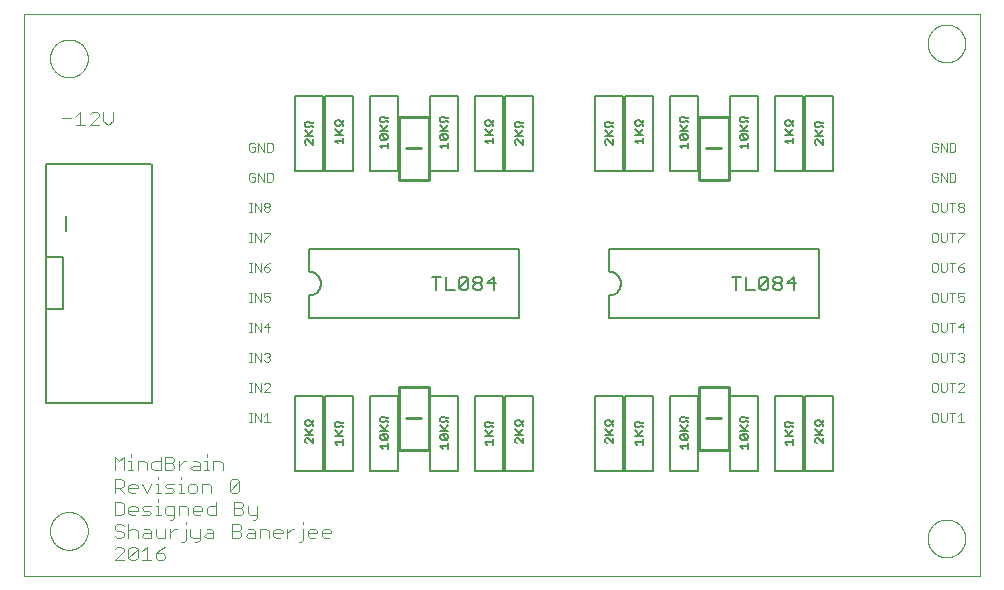
<source format=gto>
G75*
%MOIN*%
%OFA0B0*%
%FSLAX25Y25*%
%IPPOS*%
%LPD*%
%AMOC8*
5,1,8,0,0,1.08239X$1,22.5*
%
%ADD10C,0.00000*%
%ADD11C,0.00400*%
%ADD12C,0.00300*%
%ADD13C,0.00600*%
%ADD14C,0.00500*%
%ADD15C,0.00800*%
%ADD16C,0.01000*%
D10*
X0003050Y0001000D02*
X0003050Y0188461D01*
X0321751Y0188461D01*
X0321751Y0001000D01*
X0003050Y0001000D01*
X0011751Y0016000D02*
X0011753Y0016158D01*
X0011759Y0016316D01*
X0011769Y0016474D01*
X0011783Y0016632D01*
X0011801Y0016789D01*
X0011822Y0016946D01*
X0011848Y0017102D01*
X0011878Y0017258D01*
X0011911Y0017413D01*
X0011949Y0017566D01*
X0011990Y0017719D01*
X0012035Y0017871D01*
X0012084Y0018022D01*
X0012137Y0018171D01*
X0012193Y0018319D01*
X0012253Y0018465D01*
X0012317Y0018610D01*
X0012385Y0018753D01*
X0012456Y0018895D01*
X0012530Y0019035D01*
X0012608Y0019172D01*
X0012690Y0019308D01*
X0012774Y0019442D01*
X0012863Y0019573D01*
X0012954Y0019702D01*
X0013049Y0019829D01*
X0013146Y0019954D01*
X0013247Y0020076D01*
X0013351Y0020195D01*
X0013458Y0020312D01*
X0013568Y0020426D01*
X0013681Y0020537D01*
X0013796Y0020646D01*
X0013914Y0020751D01*
X0014035Y0020853D01*
X0014158Y0020953D01*
X0014284Y0021049D01*
X0014412Y0021142D01*
X0014542Y0021232D01*
X0014675Y0021318D01*
X0014810Y0021402D01*
X0014946Y0021481D01*
X0015085Y0021558D01*
X0015226Y0021630D01*
X0015368Y0021700D01*
X0015512Y0021765D01*
X0015658Y0021827D01*
X0015805Y0021885D01*
X0015954Y0021940D01*
X0016104Y0021991D01*
X0016255Y0022038D01*
X0016407Y0022081D01*
X0016560Y0022120D01*
X0016715Y0022156D01*
X0016870Y0022187D01*
X0017026Y0022215D01*
X0017182Y0022239D01*
X0017339Y0022259D01*
X0017497Y0022275D01*
X0017654Y0022287D01*
X0017813Y0022295D01*
X0017971Y0022299D01*
X0018129Y0022299D01*
X0018287Y0022295D01*
X0018446Y0022287D01*
X0018603Y0022275D01*
X0018761Y0022259D01*
X0018918Y0022239D01*
X0019074Y0022215D01*
X0019230Y0022187D01*
X0019385Y0022156D01*
X0019540Y0022120D01*
X0019693Y0022081D01*
X0019845Y0022038D01*
X0019996Y0021991D01*
X0020146Y0021940D01*
X0020295Y0021885D01*
X0020442Y0021827D01*
X0020588Y0021765D01*
X0020732Y0021700D01*
X0020874Y0021630D01*
X0021015Y0021558D01*
X0021154Y0021481D01*
X0021290Y0021402D01*
X0021425Y0021318D01*
X0021558Y0021232D01*
X0021688Y0021142D01*
X0021816Y0021049D01*
X0021942Y0020953D01*
X0022065Y0020853D01*
X0022186Y0020751D01*
X0022304Y0020646D01*
X0022419Y0020537D01*
X0022532Y0020426D01*
X0022642Y0020312D01*
X0022749Y0020195D01*
X0022853Y0020076D01*
X0022954Y0019954D01*
X0023051Y0019829D01*
X0023146Y0019702D01*
X0023237Y0019573D01*
X0023326Y0019442D01*
X0023410Y0019308D01*
X0023492Y0019172D01*
X0023570Y0019035D01*
X0023644Y0018895D01*
X0023715Y0018753D01*
X0023783Y0018610D01*
X0023847Y0018465D01*
X0023907Y0018319D01*
X0023963Y0018171D01*
X0024016Y0018022D01*
X0024065Y0017871D01*
X0024110Y0017719D01*
X0024151Y0017566D01*
X0024189Y0017413D01*
X0024222Y0017258D01*
X0024252Y0017102D01*
X0024278Y0016946D01*
X0024299Y0016789D01*
X0024317Y0016632D01*
X0024331Y0016474D01*
X0024341Y0016316D01*
X0024347Y0016158D01*
X0024349Y0016000D01*
X0024347Y0015842D01*
X0024341Y0015684D01*
X0024331Y0015526D01*
X0024317Y0015368D01*
X0024299Y0015211D01*
X0024278Y0015054D01*
X0024252Y0014898D01*
X0024222Y0014742D01*
X0024189Y0014587D01*
X0024151Y0014434D01*
X0024110Y0014281D01*
X0024065Y0014129D01*
X0024016Y0013978D01*
X0023963Y0013829D01*
X0023907Y0013681D01*
X0023847Y0013535D01*
X0023783Y0013390D01*
X0023715Y0013247D01*
X0023644Y0013105D01*
X0023570Y0012965D01*
X0023492Y0012828D01*
X0023410Y0012692D01*
X0023326Y0012558D01*
X0023237Y0012427D01*
X0023146Y0012298D01*
X0023051Y0012171D01*
X0022954Y0012046D01*
X0022853Y0011924D01*
X0022749Y0011805D01*
X0022642Y0011688D01*
X0022532Y0011574D01*
X0022419Y0011463D01*
X0022304Y0011354D01*
X0022186Y0011249D01*
X0022065Y0011147D01*
X0021942Y0011047D01*
X0021816Y0010951D01*
X0021688Y0010858D01*
X0021558Y0010768D01*
X0021425Y0010682D01*
X0021290Y0010598D01*
X0021154Y0010519D01*
X0021015Y0010442D01*
X0020874Y0010370D01*
X0020732Y0010300D01*
X0020588Y0010235D01*
X0020442Y0010173D01*
X0020295Y0010115D01*
X0020146Y0010060D01*
X0019996Y0010009D01*
X0019845Y0009962D01*
X0019693Y0009919D01*
X0019540Y0009880D01*
X0019385Y0009844D01*
X0019230Y0009813D01*
X0019074Y0009785D01*
X0018918Y0009761D01*
X0018761Y0009741D01*
X0018603Y0009725D01*
X0018446Y0009713D01*
X0018287Y0009705D01*
X0018129Y0009701D01*
X0017971Y0009701D01*
X0017813Y0009705D01*
X0017654Y0009713D01*
X0017497Y0009725D01*
X0017339Y0009741D01*
X0017182Y0009761D01*
X0017026Y0009785D01*
X0016870Y0009813D01*
X0016715Y0009844D01*
X0016560Y0009880D01*
X0016407Y0009919D01*
X0016255Y0009962D01*
X0016104Y0010009D01*
X0015954Y0010060D01*
X0015805Y0010115D01*
X0015658Y0010173D01*
X0015512Y0010235D01*
X0015368Y0010300D01*
X0015226Y0010370D01*
X0015085Y0010442D01*
X0014946Y0010519D01*
X0014810Y0010598D01*
X0014675Y0010682D01*
X0014542Y0010768D01*
X0014412Y0010858D01*
X0014284Y0010951D01*
X0014158Y0011047D01*
X0014035Y0011147D01*
X0013914Y0011249D01*
X0013796Y0011354D01*
X0013681Y0011463D01*
X0013568Y0011574D01*
X0013458Y0011688D01*
X0013351Y0011805D01*
X0013247Y0011924D01*
X0013146Y0012046D01*
X0013049Y0012171D01*
X0012954Y0012298D01*
X0012863Y0012427D01*
X0012774Y0012558D01*
X0012690Y0012692D01*
X0012608Y0012828D01*
X0012530Y0012965D01*
X0012456Y0013105D01*
X0012385Y0013247D01*
X0012317Y0013390D01*
X0012253Y0013535D01*
X0012193Y0013681D01*
X0012137Y0013829D01*
X0012084Y0013978D01*
X0012035Y0014129D01*
X0011990Y0014281D01*
X0011949Y0014434D01*
X0011911Y0014587D01*
X0011878Y0014742D01*
X0011848Y0014898D01*
X0011822Y0015054D01*
X0011801Y0015211D01*
X0011783Y0015368D01*
X0011769Y0015526D01*
X0011759Y0015684D01*
X0011753Y0015842D01*
X0011751Y0016000D01*
X0011751Y0173500D02*
X0011753Y0173658D01*
X0011759Y0173816D01*
X0011769Y0173974D01*
X0011783Y0174132D01*
X0011801Y0174289D01*
X0011822Y0174446D01*
X0011848Y0174602D01*
X0011878Y0174758D01*
X0011911Y0174913D01*
X0011949Y0175066D01*
X0011990Y0175219D01*
X0012035Y0175371D01*
X0012084Y0175522D01*
X0012137Y0175671D01*
X0012193Y0175819D01*
X0012253Y0175965D01*
X0012317Y0176110D01*
X0012385Y0176253D01*
X0012456Y0176395D01*
X0012530Y0176535D01*
X0012608Y0176672D01*
X0012690Y0176808D01*
X0012774Y0176942D01*
X0012863Y0177073D01*
X0012954Y0177202D01*
X0013049Y0177329D01*
X0013146Y0177454D01*
X0013247Y0177576D01*
X0013351Y0177695D01*
X0013458Y0177812D01*
X0013568Y0177926D01*
X0013681Y0178037D01*
X0013796Y0178146D01*
X0013914Y0178251D01*
X0014035Y0178353D01*
X0014158Y0178453D01*
X0014284Y0178549D01*
X0014412Y0178642D01*
X0014542Y0178732D01*
X0014675Y0178818D01*
X0014810Y0178902D01*
X0014946Y0178981D01*
X0015085Y0179058D01*
X0015226Y0179130D01*
X0015368Y0179200D01*
X0015512Y0179265D01*
X0015658Y0179327D01*
X0015805Y0179385D01*
X0015954Y0179440D01*
X0016104Y0179491D01*
X0016255Y0179538D01*
X0016407Y0179581D01*
X0016560Y0179620D01*
X0016715Y0179656D01*
X0016870Y0179687D01*
X0017026Y0179715D01*
X0017182Y0179739D01*
X0017339Y0179759D01*
X0017497Y0179775D01*
X0017654Y0179787D01*
X0017813Y0179795D01*
X0017971Y0179799D01*
X0018129Y0179799D01*
X0018287Y0179795D01*
X0018446Y0179787D01*
X0018603Y0179775D01*
X0018761Y0179759D01*
X0018918Y0179739D01*
X0019074Y0179715D01*
X0019230Y0179687D01*
X0019385Y0179656D01*
X0019540Y0179620D01*
X0019693Y0179581D01*
X0019845Y0179538D01*
X0019996Y0179491D01*
X0020146Y0179440D01*
X0020295Y0179385D01*
X0020442Y0179327D01*
X0020588Y0179265D01*
X0020732Y0179200D01*
X0020874Y0179130D01*
X0021015Y0179058D01*
X0021154Y0178981D01*
X0021290Y0178902D01*
X0021425Y0178818D01*
X0021558Y0178732D01*
X0021688Y0178642D01*
X0021816Y0178549D01*
X0021942Y0178453D01*
X0022065Y0178353D01*
X0022186Y0178251D01*
X0022304Y0178146D01*
X0022419Y0178037D01*
X0022532Y0177926D01*
X0022642Y0177812D01*
X0022749Y0177695D01*
X0022853Y0177576D01*
X0022954Y0177454D01*
X0023051Y0177329D01*
X0023146Y0177202D01*
X0023237Y0177073D01*
X0023326Y0176942D01*
X0023410Y0176808D01*
X0023492Y0176672D01*
X0023570Y0176535D01*
X0023644Y0176395D01*
X0023715Y0176253D01*
X0023783Y0176110D01*
X0023847Y0175965D01*
X0023907Y0175819D01*
X0023963Y0175671D01*
X0024016Y0175522D01*
X0024065Y0175371D01*
X0024110Y0175219D01*
X0024151Y0175066D01*
X0024189Y0174913D01*
X0024222Y0174758D01*
X0024252Y0174602D01*
X0024278Y0174446D01*
X0024299Y0174289D01*
X0024317Y0174132D01*
X0024331Y0173974D01*
X0024341Y0173816D01*
X0024347Y0173658D01*
X0024349Y0173500D01*
X0024347Y0173342D01*
X0024341Y0173184D01*
X0024331Y0173026D01*
X0024317Y0172868D01*
X0024299Y0172711D01*
X0024278Y0172554D01*
X0024252Y0172398D01*
X0024222Y0172242D01*
X0024189Y0172087D01*
X0024151Y0171934D01*
X0024110Y0171781D01*
X0024065Y0171629D01*
X0024016Y0171478D01*
X0023963Y0171329D01*
X0023907Y0171181D01*
X0023847Y0171035D01*
X0023783Y0170890D01*
X0023715Y0170747D01*
X0023644Y0170605D01*
X0023570Y0170465D01*
X0023492Y0170328D01*
X0023410Y0170192D01*
X0023326Y0170058D01*
X0023237Y0169927D01*
X0023146Y0169798D01*
X0023051Y0169671D01*
X0022954Y0169546D01*
X0022853Y0169424D01*
X0022749Y0169305D01*
X0022642Y0169188D01*
X0022532Y0169074D01*
X0022419Y0168963D01*
X0022304Y0168854D01*
X0022186Y0168749D01*
X0022065Y0168647D01*
X0021942Y0168547D01*
X0021816Y0168451D01*
X0021688Y0168358D01*
X0021558Y0168268D01*
X0021425Y0168182D01*
X0021290Y0168098D01*
X0021154Y0168019D01*
X0021015Y0167942D01*
X0020874Y0167870D01*
X0020732Y0167800D01*
X0020588Y0167735D01*
X0020442Y0167673D01*
X0020295Y0167615D01*
X0020146Y0167560D01*
X0019996Y0167509D01*
X0019845Y0167462D01*
X0019693Y0167419D01*
X0019540Y0167380D01*
X0019385Y0167344D01*
X0019230Y0167313D01*
X0019074Y0167285D01*
X0018918Y0167261D01*
X0018761Y0167241D01*
X0018603Y0167225D01*
X0018446Y0167213D01*
X0018287Y0167205D01*
X0018129Y0167201D01*
X0017971Y0167201D01*
X0017813Y0167205D01*
X0017654Y0167213D01*
X0017497Y0167225D01*
X0017339Y0167241D01*
X0017182Y0167261D01*
X0017026Y0167285D01*
X0016870Y0167313D01*
X0016715Y0167344D01*
X0016560Y0167380D01*
X0016407Y0167419D01*
X0016255Y0167462D01*
X0016104Y0167509D01*
X0015954Y0167560D01*
X0015805Y0167615D01*
X0015658Y0167673D01*
X0015512Y0167735D01*
X0015368Y0167800D01*
X0015226Y0167870D01*
X0015085Y0167942D01*
X0014946Y0168019D01*
X0014810Y0168098D01*
X0014675Y0168182D01*
X0014542Y0168268D01*
X0014412Y0168358D01*
X0014284Y0168451D01*
X0014158Y0168547D01*
X0014035Y0168647D01*
X0013914Y0168749D01*
X0013796Y0168854D01*
X0013681Y0168963D01*
X0013568Y0169074D01*
X0013458Y0169188D01*
X0013351Y0169305D01*
X0013247Y0169424D01*
X0013146Y0169546D01*
X0013049Y0169671D01*
X0012954Y0169798D01*
X0012863Y0169927D01*
X0012774Y0170058D01*
X0012690Y0170192D01*
X0012608Y0170328D01*
X0012530Y0170465D01*
X0012456Y0170605D01*
X0012385Y0170747D01*
X0012317Y0170890D01*
X0012253Y0171035D01*
X0012193Y0171181D01*
X0012137Y0171329D01*
X0012084Y0171478D01*
X0012035Y0171629D01*
X0011990Y0171781D01*
X0011949Y0171934D01*
X0011911Y0172087D01*
X0011878Y0172242D01*
X0011848Y0172398D01*
X0011822Y0172554D01*
X0011801Y0172711D01*
X0011783Y0172868D01*
X0011769Y0173026D01*
X0011759Y0173184D01*
X0011753Y0173342D01*
X0011751Y0173500D01*
X0304251Y0178500D02*
X0304253Y0178658D01*
X0304259Y0178816D01*
X0304269Y0178974D01*
X0304283Y0179132D01*
X0304301Y0179289D01*
X0304322Y0179446D01*
X0304348Y0179602D01*
X0304378Y0179758D01*
X0304411Y0179913D01*
X0304449Y0180066D01*
X0304490Y0180219D01*
X0304535Y0180371D01*
X0304584Y0180522D01*
X0304637Y0180671D01*
X0304693Y0180819D01*
X0304753Y0180965D01*
X0304817Y0181110D01*
X0304885Y0181253D01*
X0304956Y0181395D01*
X0305030Y0181535D01*
X0305108Y0181672D01*
X0305190Y0181808D01*
X0305274Y0181942D01*
X0305363Y0182073D01*
X0305454Y0182202D01*
X0305549Y0182329D01*
X0305646Y0182454D01*
X0305747Y0182576D01*
X0305851Y0182695D01*
X0305958Y0182812D01*
X0306068Y0182926D01*
X0306181Y0183037D01*
X0306296Y0183146D01*
X0306414Y0183251D01*
X0306535Y0183353D01*
X0306658Y0183453D01*
X0306784Y0183549D01*
X0306912Y0183642D01*
X0307042Y0183732D01*
X0307175Y0183818D01*
X0307310Y0183902D01*
X0307446Y0183981D01*
X0307585Y0184058D01*
X0307726Y0184130D01*
X0307868Y0184200D01*
X0308012Y0184265D01*
X0308158Y0184327D01*
X0308305Y0184385D01*
X0308454Y0184440D01*
X0308604Y0184491D01*
X0308755Y0184538D01*
X0308907Y0184581D01*
X0309060Y0184620D01*
X0309215Y0184656D01*
X0309370Y0184687D01*
X0309526Y0184715D01*
X0309682Y0184739D01*
X0309839Y0184759D01*
X0309997Y0184775D01*
X0310154Y0184787D01*
X0310313Y0184795D01*
X0310471Y0184799D01*
X0310629Y0184799D01*
X0310787Y0184795D01*
X0310946Y0184787D01*
X0311103Y0184775D01*
X0311261Y0184759D01*
X0311418Y0184739D01*
X0311574Y0184715D01*
X0311730Y0184687D01*
X0311885Y0184656D01*
X0312040Y0184620D01*
X0312193Y0184581D01*
X0312345Y0184538D01*
X0312496Y0184491D01*
X0312646Y0184440D01*
X0312795Y0184385D01*
X0312942Y0184327D01*
X0313088Y0184265D01*
X0313232Y0184200D01*
X0313374Y0184130D01*
X0313515Y0184058D01*
X0313654Y0183981D01*
X0313790Y0183902D01*
X0313925Y0183818D01*
X0314058Y0183732D01*
X0314188Y0183642D01*
X0314316Y0183549D01*
X0314442Y0183453D01*
X0314565Y0183353D01*
X0314686Y0183251D01*
X0314804Y0183146D01*
X0314919Y0183037D01*
X0315032Y0182926D01*
X0315142Y0182812D01*
X0315249Y0182695D01*
X0315353Y0182576D01*
X0315454Y0182454D01*
X0315551Y0182329D01*
X0315646Y0182202D01*
X0315737Y0182073D01*
X0315826Y0181942D01*
X0315910Y0181808D01*
X0315992Y0181672D01*
X0316070Y0181535D01*
X0316144Y0181395D01*
X0316215Y0181253D01*
X0316283Y0181110D01*
X0316347Y0180965D01*
X0316407Y0180819D01*
X0316463Y0180671D01*
X0316516Y0180522D01*
X0316565Y0180371D01*
X0316610Y0180219D01*
X0316651Y0180066D01*
X0316689Y0179913D01*
X0316722Y0179758D01*
X0316752Y0179602D01*
X0316778Y0179446D01*
X0316799Y0179289D01*
X0316817Y0179132D01*
X0316831Y0178974D01*
X0316841Y0178816D01*
X0316847Y0178658D01*
X0316849Y0178500D01*
X0316847Y0178342D01*
X0316841Y0178184D01*
X0316831Y0178026D01*
X0316817Y0177868D01*
X0316799Y0177711D01*
X0316778Y0177554D01*
X0316752Y0177398D01*
X0316722Y0177242D01*
X0316689Y0177087D01*
X0316651Y0176934D01*
X0316610Y0176781D01*
X0316565Y0176629D01*
X0316516Y0176478D01*
X0316463Y0176329D01*
X0316407Y0176181D01*
X0316347Y0176035D01*
X0316283Y0175890D01*
X0316215Y0175747D01*
X0316144Y0175605D01*
X0316070Y0175465D01*
X0315992Y0175328D01*
X0315910Y0175192D01*
X0315826Y0175058D01*
X0315737Y0174927D01*
X0315646Y0174798D01*
X0315551Y0174671D01*
X0315454Y0174546D01*
X0315353Y0174424D01*
X0315249Y0174305D01*
X0315142Y0174188D01*
X0315032Y0174074D01*
X0314919Y0173963D01*
X0314804Y0173854D01*
X0314686Y0173749D01*
X0314565Y0173647D01*
X0314442Y0173547D01*
X0314316Y0173451D01*
X0314188Y0173358D01*
X0314058Y0173268D01*
X0313925Y0173182D01*
X0313790Y0173098D01*
X0313654Y0173019D01*
X0313515Y0172942D01*
X0313374Y0172870D01*
X0313232Y0172800D01*
X0313088Y0172735D01*
X0312942Y0172673D01*
X0312795Y0172615D01*
X0312646Y0172560D01*
X0312496Y0172509D01*
X0312345Y0172462D01*
X0312193Y0172419D01*
X0312040Y0172380D01*
X0311885Y0172344D01*
X0311730Y0172313D01*
X0311574Y0172285D01*
X0311418Y0172261D01*
X0311261Y0172241D01*
X0311103Y0172225D01*
X0310946Y0172213D01*
X0310787Y0172205D01*
X0310629Y0172201D01*
X0310471Y0172201D01*
X0310313Y0172205D01*
X0310154Y0172213D01*
X0309997Y0172225D01*
X0309839Y0172241D01*
X0309682Y0172261D01*
X0309526Y0172285D01*
X0309370Y0172313D01*
X0309215Y0172344D01*
X0309060Y0172380D01*
X0308907Y0172419D01*
X0308755Y0172462D01*
X0308604Y0172509D01*
X0308454Y0172560D01*
X0308305Y0172615D01*
X0308158Y0172673D01*
X0308012Y0172735D01*
X0307868Y0172800D01*
X0307726Y0172870D01*
X0307585Y0172942D01*
X0307446Y0173019D01*
X0307310Y0173098D01*
X0307175Y0173182D01*
X0307042Y0173268D01*
X0306912Y0173358D01*
X0306784Y0173451D01*
X0306658Y0173547D01*
X0306535Y0173647D01*
X0306414Y0173749D01*
X0306296Y0173854D01*
X0306181Y0173963D01*
X0306068Y0174074D01*
X0305958Y0174188D01*
X0305851Y0174305D01*
X0305747Y0174424D01*
X0305646Y0174546D01*
X0305549Y0174671D01*
X0305454Y0174798D01*
X0305363Y0174927D01*
X0305274Y0175058D01*
X0305190Y0175192D01*
X0305108Y0175328D01*
X0305030Y0175465D01*
X0304956Y0175605D01*
X0304885Y0175747D01*
X0304817Y0175890D01*
X0304753Y0176035D01*
X0304693Y0176181D01*
X0304637Y0176329D01*
X0304584Y0176478D01*
X0304535Y0176629D01*
X0304490Y0176781D01*
X0304449Y0176934D01*
X0304411Y0177087D01*
X0304378Y0177242D01*
X0304348Y0177398D01*
X0304322Y0177554D01*
X0304301Y0177711D01*
X0304283Y0177868D01*
X0304269Y0178026D01*
X0304259Y0178184D01*
X0304253Y0178342D01*
X0304251Y0178500D01*
X0304251Y0013500D02*
X0304253Y0013658D01*
X0304259Y0013816D01*
X0304269Y0013974D01*
X0304283Y0014132D01*
X0304301Y0014289D01*
X0304322Y0014446D01*
X0304348Y0014602D01*
X0304378Y0014758D01*
X0304411Y0014913D01*
X0304449Y0015066D01*
X0304490Y0015219D01*
X0304535Y0015371D01*
X0304584Y0015522D01*
X0304637Y0015671D01*
X0304693Y0015819D01*
X0304753Y0015965D01*
X0304817Y0016110D01*
X0304885Y0016253D01*
X0304956Y0016395D01*
X0305030Y0016535D01*
X0305108Y0016672D01*
X0305190Y0016808D01*
X0305274Y0016942D01*
X0305363Y0017073D01*
X0305454Y0017202D01*
X0305549Y0017329D01*
X0305646Y0017454D01*
X0305747Y0017576D01*
X0305851Y0017695D01*
X0305958Y0017812D01*
X0306068Y0017926D01*
X0306181Y0018037D01*
X0306296Y0018146D01*
X0306414Y0018251D01*
X0306535Y0018353D01*
X0306658Y0018453D01*
X0306784Y0018549D01*
X0306912Y0018642D01*
X0307042Y0018732D01*
X0307175Y0018818D01*
X0307310Y0018902D01*
X0307446Y0018981D01*
X0307585Y0019058D01*
X0307726Y0019130D01*
X0307868Y0019200D01*
X0308012Y0019265D01*
X0308158Y0019327D01*
X0308305Y0019385D01*
X0308454Y0019440D01*
X0308604Y0019491D01*
X0308755Y0019538D01*
X0308907Y0019581D01*
X0309060Y0019620D01*
X0309215Y0019656D01*
X0309370Y0019687D01*
X0309526Y0019715D01*
X0309682Y0019739D01*
X0309839Y0019759D01*
X0309997Y0019775D01*
X0310154Y0019787D01*
X0310313Y0019795D01*
X0310471Y0019799D01*
X0310629Y0019799D01*
X0310787Y0019795D01*
X0310946Y0019787D01*
X0311103Y0019775D01*
X0311261Y0019759D01*
X0311418Y0019739D01*
X0311574Y0019715D01*
X0311730Y0019687D01*
X0311885Y0019656D01*
X0312040Y0019620D01*
X0312193Y0019581D01*
X0312345Y0019538D01*
X0312496Y0019491D01*
X0312646Y0019440D01*
X0312795Y0019385D01*
X0312942Y0019327D01*
X0313088Y0019265D01*
X0313232Y0019200D01*
X0313374Y0019130D01*
X0313515Y0019058D01*
X0313654Y0018981D01*
X0313790Y0018902D01*
X0313925Y0018818D01*
X0314058Y0018732D01*
X0314188Y0018642D01*
X0314316Y0018549D01*
X0314442Y0018453D01*
X0314565Y0018353D01*
X0314686Y0018251D01*
X0314804Y0018146D01*
X0314919Y0018037D01*
X0315032Y0017926D01*
X0315142Y0017812D01*
X0315249Y0017695D01*
X0315353Y0017576D01*
X0315454Y0017454D01*
X0315551Y0017329D01*
X0315646Y0017202D01*
X0315737Y0017073D01*
X0315826Y0016942D01*
X0315910Y0016808D01*
X0315992Y0016672D01*
X0316070Y0016535D01*
X0316144Y0016395D01*
X0316215Y0016253D01*
X0316283Y0016110D01*
X0316347Y0015965D01*
X0316407Y0015819D01*
X0316463Y0015671D01*
X0316516Y0015522D01*
X0316565Y0015371D01*
X0316610Y0015219D01*
X0316651Y0015066D01*
X0316689Y0014913D01*
X0316722Y0014758D01*
X0316752Y0014602D01*
X0316778Y0014446D01*
X0316799Y0014289D01*
X0316817Y0014132D01*
X0316831Y0013974D01*
X0316841Y0013816D01*
X0316847Y0013658D01*
X0316849Y0013500D01*
X0316847Y0013342D01*
X0316841Y0013184D01*
X0316831Y0013026D01*
X0316817Y0012868D01*
X0316799Y0012711D01*
X0316778Y0012554D01*
X0316752Y0012398D01*
X0316722Y0012242D01*
X0316689Y0012087D01*
X0316651Y0011934D01*
X0316610Y0011781D01*
X0316565Y0011629D01*
X0316516Y0011478D01*
X0316463Y0011329D01*
X0316407Y0011181D01*
X0316347Y0011035D01*
X0316283Y0010890D01*
X0316215Y0010747D01*
X0316144Y0010605D01*
X0316070Y0010465D01*
X0315992Y0010328D01*
X0315910Y0010192D01*
X0315826Y0010058D01*
X0315737Y0009927D01*
X0315646Y0009798D01*
X0315551Y0009671D01*
X0315454Y0009546D01*
X0315353Y0009424D01*
X0315249Y0009305D01*
X0315142Y0009188D01*
X0315032Y0009074D01*
X0314919Y0008963D01*
X0314804Y0008854D01*
X0314686Y0008749D01*
X0314565Y0008647D01*
X0314442Y0008547D01*
X0314316Y0008451D01*
X0314188Y0008358D01*
X0314058Y0008268D01*
X0313925Y0008182D01*
X0313790Y0008098D01*
X0313654Y0008019D01*
X0313515Y0007942D01*
X0313374Y0007870D01*
X0313232Y0007800D01*
X0313088Y0007735D01*
X0312942Y0007673D01*
X0312795Y0007615D01*
X0312646Y0007560D01*
X0312496Y0007509D01*
X0312345Y0007462D01*
X0312193Y0007419D01*
X0312040Y0007380D01*
X0311885Y0007344D01*
X0311730Y0007313D01*
X0311574Y0007285D01*
X0311418Y0007261D01*
X0311261Y0007241D01*
X0311103Y0007225D01*
X0310946Y0007213D01*
X0310787Y0007205D01*
X0310629Y0007201D01*
X0310471Y0007201D01*
X0310313Y0007205D01*
X0310154Y0007213D01*
X0309997Y0007225D01*
X0309839Y0007241D01*
X0309682Y0007261D01*
X0309526Y0007285D01*
X0309370Y0007313D01*
X0309215Y0007344D01*
X0309060Y0007380D01*
X0308907Y0007419D01*
X0308755Y0007462D01*
X0308604Y0007509D01*
X0308454Y0007560D01*
X0308305Y0007615D01*
X0308158Y0007673D01*
X0308012Y0007735D01*
X0307868Y0007800D01*
X0307726Y0007870D01*
X0307585Y0007942D01*
X0307446Y0008019D01*
X0307310Y0008098D01*
X0307175Y0008182D01*
X0307042Y0008268D01*
X0306912Y0008358D01*
X0306784Y0008451D01*
X0306658Y0008547D01*
X0306535Y0008647D01*
X0306414Y0008749D01*
X0306296Y0008854D01*
X0306181Y0008963D01*
X0306068Y0009074D01*
X0305958Y0009188D01*
X0305851Y0009305D01*
X0305747Y0009424D01*
X0305646Y0009546D01*
X0305549Y0009671D01*
X0305454Y0009798D01*
X0305363Y0009927D01*
X0305274Y0010058D01*
X0305190Y0010192D01*
X0305108Y0010328D01*
X0305030Y0010465D01*
X0304956Y0010605D01*
X0304885Y0010747D01*
X0304817Y0010890D01*
X0304753Y0011035D01*
X0304693Y0011181D01*
X0304637Y0011329D01*
X0304584Y0011478D01*
X0304535Y0011629D01*
X0304490Y0011781D01*
X0304449Y0011934D01*
X0304411Y0012087D01*
X0304378Y0012242D01*
X0304348Y0012398D01*
X0304322Y0012554D01*
X0304301Y0012711D01*
X0304283Y0012868D01*
X0304269Y0013026D01*
X0304259Y0013184D01*
X0304253Y0013342D01*
X0304251Y0013500D01*
D11*
X0105378Y0015235D02*
X0102309Y0015235D01*
X0102309Y0016002D02*
X0102309Y0014467D01*
X0103076Y0013700D01*
X0104611Y0013700D01*
X0105378Y0015235D02*
X0105378Y0016002D01*
X0104611Y0016769D01*
X0103076Y0016769D01*
X0102309Y0016002D01*
X0100774Y0016002D02*
X0100774Y0015235D01*
X0097705Y0015235D01*
X0097705Y0016002D02*
X0097705Y0014467D01*
X0098472Y0013700D01*
X0100007Y0013700D01*
X0100774Y0016002D02*
X0100007Y0016769D01*
X0098472Y0016769D01*
X0097705Y0016002D01*
X0096170Y0016769D02*
X0096170Y0012933D01*
X0095403Y0012165D01*
X0094636Y0012165D01*
X0090799Y0013700D02*
X0090799Y0016769D01*
X0090799Y0015235D02*
X0092334Y0016769D01*
X0093101Y0016769D01*
X0096170Y0018304D02*
X0096170Y0019071D01*
X0089264Y0016002D02*
X0089264Y0015235D01*
X0086195Y0015235D01*
X0086195Y0016002D02*
X0086195Y0014467D01*
X0086962Y0013700D01*
X0088497Y0013700D01*
X0089264Y0016002D02*
X0088497Y0016769D01*
X0086962Y0016769D01*
X0086195Y0016002D01*
X0084660Y0016002D02*
X0084660Y0013700D01*
X0084660Y0016002D02*
X0083893Y0016769D01*
X0081591Y0016769D01*
X0081591Y0013700D01*
X0080057Y0013700D02*
X0080057Y0016002D01*
X0079289Y0016769D01*
X0077755Y0016769D01*
X0077755Y0015235D02*
X0080057Y0015235D01*
X0080057Y0013700D02*
X0077755Y0013700D01*
X0076987Y0014467D01*
X0077755Y0015235D01*
X0075453Y0015235D02*
X0075453Y0014467D01*
X0074685Y0013700D01*
X0072383Y0013700D01*
X0072383Y0018304D01*
X0074685Y0018304D01*
X0075453Y0017537D01*
X0075453Y0016769D01*
X0074685Y0016002D01*
X0072383Y0016002D01*
X0074685Y0016002D02*
X0075453Y0015235D01*
X0079289Y0019665D02*
X0080057Y0019665D01*
X0080824Y0020433D01*
X0080824Y0024269D01*
X0080824Y0021200D02*
X0078522Y0021200D01*
X0077755Y0021967D01*
X0077755Y0024269D01*
X0076220Y0024269D02*
X0075453Y0023502D01*
X0073151Y0023502D01*
X0075453Y0023502D02*
X0076220Y0022735D01*
X0076220Y0021967D01*
X0075453Y0021200D01*
X0073151Y0021200D01*
X0073151Y0025804D01*
X0075453Y0025804D01*
X0076220Y0025037D01*
X0076220Y0024269D01*
X0073918Y0028700D02*
X0072383Y0028700D01*
X0071616Y0029467D01*
X0074685Y0032537D01*
X0074685Y0029467D01*
X0073918Y0028700D01*
X0071616Y0029467D02*
X0071616Y0032537D01*
X0072383Y0033304D01*
X0073918Y0033304D01*
X0074685Y0032537D01*
X0069314Y0036200D02*
X0069314Y0038502D01*
X0068547Y0039269D01*
X0066245Y0039269D01*
X0066245Y0036200D01*
X0064710Y0036200D02*
X0063176Y0036200D01*
X0063943Y0036200D02*
X0063943Y0039269D01*
X0063176Y0039269D01*
X0063943Y0040804D02*
X0063943Y0041571D01*
X0061641Y0038502D02*
X0061641Y0036200D01*
X0059339Y0036200D01*
X0058572Y0036967D01*
X0059339Y0037735D01*
X0061641Y0037735D01*
X0061641Y0038502D02*
X0060874Y0039269D01*
X0059339Y0039269D01*
X0057037Y0039269D02*
X0056270Y0039269D01*
X0054735Y0037735D01*
X0054735Y0039269D02*
X0054735Y0036200D01*
X0053200Y0036967D02*
X0052433Y0036200D01*
X0050131Y0036200D01*
X0050131Y0040804D01*
X0052433Y0040804D01*
X0053200Y0040037D01*
X0053200Y0039269D01*
X0052433Y0038502D01*
X0050131Y0038502D01*
X0048596Y0039269D02*
X0046294Y0039269D01*
X0045527Y0038502D01*
X0045527Y0036967D01*
X0046294Y0036200D01*
X0048596Y0036200D01*
X0048596Y0040804D01*
X0043992Y0038502D02*
X0043992Y0036200D01*
X0040923Y0036200D02*
X0040923Y0039269D01*
X0043225Y0039269D01*
X0043992Y0038502D01*
X0039389Y0036200D02*
X0037854Y0036200D01*
X0038621Y0036200D02*
X0038621Y0039269D01*
X0037854Y0039269D01*
X0038621Y0040804D02*
X0038621Y0041571D01*
X0036319Y0040804D02*
X0036319Y0036200D01*
X0035552Y0033304D02*
X0036319Y0032537D01*
X0036319Y0031002D01*
X0035552Y0030235D01*
X0033250Y0030235D01*
X0034785Y0030235D02*
X0036319Y0028700D01*
X0037854Y0029467D02*
X0038621Y0028700D01*
X0040156Y0028700D01*
X0040923Y0030235D02*
X0037854Y0030235D01*
X0037854Y0031002D02*
X0037854Y0029467D01*
X0037854Y0031002D02*
X0038621Y0031769D01*
X0040156Y0031769D01*
X0040923Y0031002D01*
X0040923Y0030235D01*
X0042458Y0031769D02*
X0043992Y0028700D01*
X0045527Y0031769D01*
X0047062Y0031769D02*
X0047829Y0031769D01*
X0047829Y0028700D01*
X0047062Y0028700D02*
X0048596Y0028700D01*
X0050131Y0028700D02*
X0052433Y0028700D01*
X0053200Y0029467D01*
X0052433Y0030235D01*
X0050898Y0030235D01*
X0050131Y0031002D01*
X0050898Y0031769D01*
X0053200Y0031769D01*
X0054735Y0031769D02*
X0055502Y0031769D01*
X0055502Y0028700D01*
X0054735Y0028700D02*
X0056270Y0028700D01*
X0057804Y0029467D02*
X0058572Y0028700D01*
X0060106Y0028700D01*
X0060874Y0029467D01*
X0060874Y0031002D01*
X0060106Y0031769D01*
X0058572Y0031769D01*
X0057804Y0031002D01*
X0057804Y0029467D01*
X0055502Y0033304D02*
X0055502Y0034071D01*
X0053200Y0036967D02*
X0053200Y0037735D01*
X0052433Y0038502D01*
X0047829Y0034071D02*
X0047829Y0033304D01*
X0047829Y0026571D02*
X0047829Y0025804D01*
X0047829Y0024269D02*
X0047829Y0021200D01*
X0047062Y0021200D02*
X0048596Y0021200D01*
X0050131Y0021967D02*
X0050131Y0023502D01*
X0050898Y0024269D01*
X0053200Y0024269D01*
X0053200Y0020433D01*
X0052433Y0019665D01*
X0051666Y0019665D01*
X0050898Y0021200D02*
X0053200Y0021200D01*
X0054735Y0021200D02*
X0054735Y0024269D01*
X0057037Y0024269D01*
X0057804Y0023502D01*
X0057804Y0021200D01*
X0059339Y0021967D02*
X0059339Y0023502D01*
X0060106Y0024269D01*
X0061641Y0024269D01*
X0062408Y0023502D01*
X0062408Y0022735D01*
X0059339Y0022735D01*
X0059339Y0021967D02*
X0060106Y0021200D01*
X0061641Y0021200D01*
X0063943Y0021967D02*
X0063943Y0023502D01*
X0064710Y0024269D01*
X0067012Y0024269D01*
X0067012Y0025804D02*
X0067012Y0021200D01*
X0064710Y0021200D01*
X0063943Y0021967D01*
X0057037Y0019071D02*
X0057037Y0018304D01*
X0057037Y0016769D02*
X0057037Y0012933D01*
X0056270Y0012165D01*
X0055502Y0012165D01*
X0058572Y0014467D02*
X0059339Y0013700D01*
X0061641Y0013700D01*
X0061641Y0012933D02*
X0060874Y0012165D01*
X0060106Y0012165D01*
X0061641Y0012933D02*
X0061641Y0016769D01*
X0063943Y0016769D02*
X0065477Y0016769D01*
X0066245Y0016002D01*
X0066245Y0013700D01*
X0063943Y0013700D01*
X0063176Y0014467D01*
X0063943Y0015235D01*
X0066245Y0015235D01*
X0058572Y0014467D02*
X0058572Y0016769D01*
X0053968Y0016769D02*
X0053200Y0016769D01*
X0051666Y0015235D01*
X0051666Y0016769D02*
X0051666Y0013700D01*
X0050131Y0013700D02*
X0050131Y0016769D01*
X0050131Y0013700D02*
X0047829Y0013700D01*
X0047062Y0014467D01*
X0047062Y0016769D01*
X0045527Y0016002D02*
X0045527Y0013700D01*
X0043225Y0013700D01*
X0042458Y0014467D01*
X0043225Y0015235D01*
X0045527Y0015235D01*
X0045527Y0016002D02*
X0044760Y0016769D01*
X0043225Y0016769D01*
X0040923Y0016002D02*
X0040923Y0013700D01*
X0040923Y0016002D02*
X0040156Y0016769D01*
X0038621Y0016769D01*
X0037854Y0016002D01*
X0036319Y0015235D02*
X0036319Y0014467D01*
X0035552Y0013700D01*
X0034017Y0013700D01*
X0033250Y0014467D01*
X0034017Y0016002D02*
X0035552Y0016002D01*
X0036319Y0015235D01*
X0037854Y0013700D02*
X0037854Y0018304D01*
X0036319Y0017537D02*
X0035552Y0018304D01*
X0034017Y0018304D01*
X0033250Y0017537D01*
X0033250Y0016769D01*
X0034017Y0016002D01*
X0034017Y0010804D02*
X0033250Y0010037D01*
X0034017Y0010804D02*
X0035552Y0010804D01*
X0036319Y0010037D01*
X0036319Y0009269D01*
X0033250Y0006200D01*
X0036319Y0006200D01*
X0037854Y0006967D02*
X0040923Y0010037D01*
X0040923Y0006967D01*
X0040156Y0006200D01*
X0038621Y0006200D01*
X0037854Y0006967D01*
X0037854Y0010037D01*
X0038621Y0010804D01*
X0040156Y0010804D01*
X0040923Y0010037D01*
X0042458Y0009269D02*
X0043992Y0010804D01*
X0043992Y0006200D01*
X0042458Y0006200D02*
X0045527Y0006200D01*
X0047062Y0006967D02*
X0047829Y0006200D01*
X0049364Y0006200D01*
X0050131Y0006967D01*
X0050131Y0007735D01*
X0049364Y0008502D01*
X0047062Y0008502D01*
X0047062Y0006967D01*
X0047062Y0008502D02*
X0048596Y0010037D01*
X0050131Y0010804D01*
X0050898Y0021200D02*
X0050131Y0021967D01*
X0047829Y0024269D02*
X0047062Y0024269D01*
X0045527Y0024269D02*
X0043225Y0024269D01*
X0042458Y0023502D01*
X0043225Y0022735D01*
X0044760Y0022735D01*
X0045527Y0021967D01*
X0044760Y0021200D01*
X0042458Y0021200D01*
X0040923Y0022735D02*
X0040923Y0023502D01*
X0040156Y0024269D01*
X0038621Y0024269D01*
X0037854Y0023502D01*
X0037854Y0021967D01*
X0038621Y0021200D01*
X0040156Y0021200D01*
X0040923Y0022735D02*
X0037854Y0022735D01*
X0036319Y0021967D02*
X0036319Y0025037D01*
X0035552Y0025804D01*
X0033250Y0025804D01*
X0033250Y0021200D01*
X0035552Y0021200D01*
X0036319Y0021967D01*
X0033250Y0028700D02*
X0033250Y0033304D01*
X0035552Y0033304D01*
X0033250Y0036200D02*
X0033250Y0040804D01*
X0034785Y0039269D01*
X0036319Y0040804D01*
X0062408Y0031769D02*
X0062408Y0028700D01*
X0065477Y0028700D02*
X0065477Y0031002D01*
X0064710Y0031769D01*
X0062408Y0031769D01*
X0031096Y0151200D02*
X0032631Y0152735D01*
X0032631Y0155804D01*
X0029562Y0155804D02*
X0029562Y0152735D01*
X0031096Y0151200D01*
X0028027Y0151200D02*
X0024958Y0151200D01*
X0028027Y0154269D01*
X0028027Y0155037D01*
X0027260Y0155804D01*
X0025725Y0155804D01*
X0024958Y0155037D01*
X0021889Y0155804D02*
X0021889Y0151200D01*
X0023423Y0151200D02*
X0020354Y0151200D01*
X0018819Y0153502D02*
X0015750Y0153502D01*
X0020354Y0154269D02*
X0021889Y0155804D01*
D12*
X0078200Y0144819D02*
X0078200Y0142884D01*
X0078684Y0142400D01*
X0079651Y0142400D01*
X0080135Y0142884D01*
X0080135Y0143851D01*
X0079167Y0143851D01*
X0078200Y0144819D02*
X0078684Y0145302D01*
X0079651Y0145302D01*
X0080135Y0144819D01*
X0081147Y0145302D02*
X0083081Y0142400D01*
X0083081Y0145302D01*
X0084093Y0145302D02*
X0085544Y0145302D01*
X0086028Y0144819D01*
X0086028Y0142884D01*
X0085544Y0142400D01*
X0084093Y0142400D01*
X0084093Y0145302D01*
X0081147Y0145302D02*
X0081147Y0142400D01*
X0081147Y0135302D02*
X0083081Y0132400D01*
X0083081Y0135302D01*
X0084093Y0135302D02*
X0085544Y0135302D01*
X0086028Y0134819D01*
X0086028Y0132884D01*
X0085544Y0132400D01*
X0084093Y0132400D01*
X0084093Y0135302D01*
X0081147Y0135302D02*
X0081147Y0132400D01*
X0080135Y0132884D02*
X0080135Y0133851D01*
X0079167Y0133851D01*
X0078200Y0132884D02*
X0078684Y0132400D01*
X0079651Y0132400D01*
X0080135Y0132884D01*
X0080135Y0134819D02*
X0079651Y0135302D01*
X0078684Y0135302D01*
X0078200Y0134819D01*
X0078200Y0132884D01*
X0078200Y0125302D02*
X0079167Y0125302D01*
X0078684Y0125302D02*
X0078684Y0122400D01*
X0079167Y0122400D02*
X0078200Y0122400D01*
X0080164Y0122400D02*
X0080164Y0125302D01*
X0082099Y0122400D01*
X0082099Y0125302D01*
X0083111Y0124819D02*
X0083111Y0124335D01*
X0083595Y0123851D01*
X0084562Y0123851D01*
X0085046Y0123367D01*
X0085046Y0122884D01*
X0084562Y0122400D01*
X0083595Y0122400D01*
X0083111Y0122884D01*
X0083111Y0123367D01*
X0083595Y0123851D01*
X0084562Y0123851D02*
X0085046Y0124335D01*
X0085046Y0124819D01*
X0084562Y0125302D01*
X0083595Y0125302D01*
X0083111Y0124819D01*
X0083111Y0115302D02*
X0085046Y0115302D01*
X0085046Y0114819D01*
X0083111Y0112884D01*
X0083111Y0112400D01*
X0082099Y0112400D02*
X0082099Y0115302D01*
X0080164Y0115302D02*
X0082099Y0112400D01*
X0080164Y0112400D02*
X0080164Y0115302D01*
X0079167Y0115302D02*
X0078200Y0115302D01*
X0078684Y0115302D02*
X0078684Y0112400D01*
X0079167Y0112400D02*
X0078200Y0112400D01*
X0078200Y0105302D02*
X0079167Y0105302D01*
X0078684Y0105302D02*
X0078684Y0102400D01*
X0079167Y0102400D02*
X0078200Y0102400D01*
X0080164Y0102400D02*
X0080164Y0105302D01*
X0082099Y0102400D01*
X0082099Y0105302D01*
X0083111Y0103851D02*
X0084562Y0103851D01*
X0085046Y0103367D01*
X0085046Y0102884D01*
X0084562Y0102400D01*
X0083595Y0102400D01*
X0083111Y0102884D01*
X0083111Y0103851D01*
X0084078Y0104819D01*
X0085046Y0105302D01*
X0085046Y0095302D02*
X0083111Y0095302D01*
X0083111Y0093851D01*
X0084078Y0094335D01*
X0084562Y0094335D01*
X0085046Y0093851D01*
X0085046Y0092884D01*
X0084562Y0092400D01*
X0083595Y0092400D01*
X0083111Y0092884D01*
X0082099Y0092400D02*
X0082099Y0095302D01*
X0080164Y0095302D02*
X0080164Y0092400D01*
X0079167Y0092400D02*
X0078200Y0092400D01*
X0078684Y0092400D02*
X0078684Y0095302D01*
X0079167Y0095302D02*
X0078200Y0095302D01*
X0080164Y0095302D02*
X0082099Y0092400D01*
X0082099Y0085302D02*
X0082099Y0082400D01*
X0080164Y0085302D01*
X0080164Y0082400D01*
X0079167Y0082400D02*
X0078200Y0082400D01*
X0078684Y0082400D02*
X0078684Y0085302D01*
X0079167Y0085302D02*
X0078200Y0085302D01*
X0083111Y0083851D02*
X0085046Y0083851D01*
X0084562Y0082400D02*
X0084562Y0085302D01*
X0083111Y0083851D01*
X0083595Y0075302D02*
X0084562Y0075302D01*
X0085046Y0074819D01*
X0085046Y0074335D01*
X0084562Y0073851D01*
X0085046Y0073367D01*
X0085046Y0072884D01*
X0084562Y0072400D01*
X0083595Y0072400D01*
X0083111Y0072884D01*
X0082099Y0072400D02*
X0080164Y0075302D01*
X0080164Y0072400D01*
X0079167Y0072400D02*
X0078200Y0072400D01*
X0078684Y0072400D02*
X0078684Y0075302D01*
X0079167Y0075302D02*
X0078200Y0075302D01*
X0082099Y0075302D02*
X0082099Y0072400D01*
X0084078Y0073851D02*
X0084562Y0073851D01*
X0083595Y0075302D02*
X0083111Y0074819D01*
X0083595Y0065302D02*
X0083111Y0064819D01*
X0083595Y0065302D02*
X0084562Y0065302D01*
X0085046Y0064819D01*
X0085046Y0064335D01*
X0083111Y0062400D01*
X0085046Y0062400D01*
X0082099Y0062400D02*
X0082099Y0065302D01*
X0080164Y0065302D02*
X0082099Y0062400D01*
X0080164Y0062400D02*
X0080164Y0065302D01*
X0079167Y0065302D02*
X0078200Y0065302D01*
X0078684Y0065302D02*
X0078684Y0062400D01*
X0079167Y0062400D02*
X0078200Y0062400D01*
X0078200Y0055302D02*
X0079167Y0055302D01*
X0078684Y0055302D02*
X0078684Y0052400D01*
X0079167Y0052400D02*
X0078200Y0052400D01*
X0080164Y0052400D02*
X0080164Y0055302D01*
X0082099Y0052400D01*
X0082099Y0055302D01*
X0083111Y0054335D02*
X0084078Y0055302D01*
X0084078Y0052400D01*
X0083111Y0052400D02*
X0085046Y0052400D01*
X0305700Y0052884D02*
X0306184Y0052400D01*
X0307151Y0052400D01*
X0307635Y0052884D01*
X0307635Y0054819D01*
X0307151Y0055302D01*
X0306184Y0055302D01*
X0305700Y0054819D01*
X0305700Y0052884D01*
X0308647Y0052884D02*
X0308647Y0055302D01*
X0310581Y0055302D02*
X0310581Y0052884D01*
X0310098Y0052400D01*
X0309130Y0052400D01*
X0308647Y0052884D01*
X0311593Y0055302D02*
X0313528Y0055302D01*
X0312561Y0055302D02*
X0312561Y0052400D01*
X0314540Y0052400D02*
X0316475Y0052400D01*
X0315507Y0052400D02*
X0315507Y0055302D01*
X0314540Y0054335D01*
X0314540Y0062400D02*
X0316475Y0064335D01*
X0316475Y0064819D01*
X0315991Y0065302D01*
X0315023Y0065302D01*
X0314540Y0064819D01*
X0313528Y0065302D02*
X0311593Y0065302D01*
X0312561Y0065302D02*
X0312561Y0062400D01*
X0314540Y0062400D02*
X0316475Y0062400D01*
X0310581Y0062884D02*
X0310581Y0065302D01*
X0308647Y0065302D02*
X0308647Y0062884D01*
X0309130Y0062400D01*
X0310098Y0062400D01*
X0310581Y0062884D01*
X0307635Y0062884D02*
X0307635Y0064819D01*
X0307151Y0065302D01*
X0306184Y0065302D01*
X0305700Y0064819D01*
X0305700Y0062884D01*
X0306184Y0062400D01*
X0307151Y0062400D01*
X0307635Y0062884D01*
X0307151Y0072400D02*
X0307635Y0072884D01*
X0307635Y0074819D01*
X0307151Y0075302D01*
X0306184Y0075302D01*
X0305700Y0074819D01*
X0305700Y0072884D01*
X0306184Y0072400D01*
X0307151Y0072400D01*
X0308647Y0072884D02*
X0309130Y0072400D01*
X0310098Y0072400D01*
X0310581Y0072884D01*
X0310581Y0075302D01*
X0311593Y0075302D02*
X0313528Y0075302D01*
X0312561Y0075302D02*
X0312561Y0072400D01*
X0314540Y0072884D02*
X0315023Y0072400D01*
X0315991Y0072400D01*
X0316475Y0072884D01*
X0316475Y0073367D01*
X0315991Y0073851D01*
X0315507Y0073851D01*
X0315991Y0073851D02*
X0316475Y0074335D01*
X0316475Y0074819D01*
X0315991Y0075302D01*
X0315023Y0075302D01*
X0314540Y0074819D01*
X0308647Y0075302D02*
X0308647Y0072884D01*
X0309130Y0082400D02*
X0310098Y0082400D01*
X0310581Y0082884D01*
X0310581Y0085302D01*
X0311593Y0085302D02*
X0313528Y0085302D01*
X0312561Y0085302D02*
X0312561Y0082400D01*
X0314540Y0083851D02*
X0316475Y0083851D01*
X0315991Y0082400D02*
X0315991Y0085302D01*
X0314540Y0083851D01*
X0309130Y0082400D02*
X0308647Y0082884D01*
X0308647Y0085302D01*
X0307635Y0084819D02*
X0307635Y0082884D01*
X0307151Y0082400D01*
X0306184Y0082400D01*
X0305700Y0082884D01*
X0305700Y0084819D01*
X0306184Y0085302D01*
X0307151Y0085302D01*
X0307635Y0084819D01*
X0307151Y0092400D02*
X0307635Y0092884D01*
X0307635Y0094819D01*
X0307151Y0095302D01*
X0306184Y0095302D01*
X0305700Y0094819D01*
X0305700Y0092884D01*
X0306184Y0092400D01*
X0307151Y0092400D01*
X0308647Y0092884D02*
X0308647Y0095302D01*
X0310581Y0095302D02*
X0310581Y0092884D01*
X0310098Y0092400D01*
X0309130Y0092400D01*
X0308647Y0092884D01*
X0311593Y0095302D02*
X0313528Y0095302D01*
X0312561Y0095302D02*
X0312561Y0092400D01*
X0314540Y0092884D02*
X0315023Y0092400D01*
X0315991Y0092400D01*
X0316475Y0092884D01*
X0316475Y0093851D01*
X0315991Y0094335D01*
X0315507Y0094335D01*
X0314540Y0093851D01*
X0314540Y0095302D01*
X0316475Y0095302D01*
X0315991Y0102400D02*
X0315023Y0102400D01*
X0314540Y0102884D01*
X0314540Y0103851D01*
X0315991Y0103851D01*
X0316475Y0103367D01*
X0316475Y0102884D01*
X0315991Y0102400D01*
X0314540Y0103851D02*
X0315507Y0104819D01*
X0316475Y0105302D01*
X0313528Y0105302D02*
X0311593Y0105302D01*
X0312561Y0105302D02*
X0312561Y0102400D01*
X0310581Y0102884D02*
X0310581Y0105302D01*
X0308647Y0105302D02*
X0308647Y0102884D01*
X0309130Y0102400D01*
X0310098Y0102400D01*
X0310581Y0102884D01*
X0307635Y0102884D02*
X0307635Y0104819D01*
X0307151Y0105302D01*
X0306184Y0105302D01*
X0305700Y0104819D01*
X0305700Y0102884D01*
X0306184Y0102400D01*
X0307151Y0102400D01*
X0307635Y0102884D01*
X0307151Y0112400D02*
X0307635Y0112884D01*
X0307635Y0114819D01*
X0307151Y0115302D01*
X0306184Y0115302D01*
X0305700Y0114819D01*
X0305700Y0112884D01*
X0306184Y0112400D01*
X0307151Y0112400D01*
X0308647Y0112884D02*
X0309130Y0112400D01*
X0310098Y0112400D01*
X0310581Y0112884D01*
X0310581Y0115302D01*
X0311593Y0115302D02*
X0313528Y0115302D01*
X0312561Y0115302D02*
X0312561Y0112400D01*
X0314540Y0112400D02*
X0314540Y0112884D01*
X0316475Y0114819D01*
X0316475Y0115302D01*
X0314540Y0115302D01*
X0308647Y0115302D02*
X0308647Y0112884D01*
X0309130Y0122400D02*
X0310098Y0122400D01*
X0310581Y0122884D01*
X0310581Y0125302D01*
X0311593Y0125302D02*
X0313528Y0125302D01*
X0312561Y0125302D02*
X0312561Y0122400D01*
X0314540Y0122884D02*
X0315023Y0122400D01*
X0315991Y0122400D01*
X0316475Y0122884D01*
X0316475Y0123367D01*
X0315991Y0123851D01*
X0315023Y0123851D01*
X0314540Y0124335D01*
X0314540Y0124819D01*
X0315023Y0125302D01*
X0315991Y0125302D01*
X0316475Y0124819D01*
X0316475Y0124335D01*
X0315991Y0123851D01*
X0315023Y0123851D02*
X0314540Y0123367D01*
X0314540Y0122884D01*
X0309130Y0122400D02*
X0308647Y0122884D01*
X0308647Y0125302D01*
X0307635Y0124819D02*
X0307635Y0122884D01*
X0307151Y0122400D01*
X0306184Y0122400D01*
X0305700Y0122884D01*
X0305700Y0124819D01*
X0306184Y0125302D01*
X0307151Y0125302D01*
X0307635Y0124819D01*
X0307151Y0132400D02*
X0307635Y0132884D01*
X0307635Y0133851D01*
X0306667Y0133851D01*
X0305700Y0132884D02*
X0306184Y0132400D01*
X0307151Y0132400D01*
X0308647Y0132400D02*
X0308647Y0135302D01*
X0310581Y0132400D01*
X0310581Y0135302D01*
X0311593Y0135302D02*
X0313044Y0135302D01*
X0313528Y0134819D01*
X0313528Y0132884D01*
X0313044Y0132400D01*
X0311593Y0132400D01*
X0311593Y0135302D01*
X0307635Y0134819D02*
X0307151Y0135302D01*
X0306184Y0135302D01*
X0305700Y0134819D01*
X0305700Y0132884D01*
X0306184Y0142400D02*
X0307151Y0142400D01*
X0307635Y0142884D01*
X0307635Y0143851D01*
X0306667Y0143851D01*
X0305700Y0142884D02*
X0305700Y0144819D01*
X0306184Y0145302D01*
X0307151Y0145302D01*
X0307635Y0144819D01*
X0308647Y0145302D02*
X0310581Y0142400D01*
X0310581Y0145302D01*
X0311593Y0145302D02*
X0313044Y0145302D01*
X0313528Y0144819D01*
X0313528Y0142884D01*
X0313044Y0142400D01*
X0311593Y0142400D01*
X0311593Y0145302D01*
X0308647Y0145302D02*
X0308647Y0142400D01*
X0306184Y0142400D02*
X0305700Y0142884D01*
D13*
X0268050Y0110000D02*
X0268050Y0087000D01*
X0198050Y0087000D01*
X0198050Y0094500D01*
X0198176Y0094502D01*
X0198301Y0094508D01*
X0198426Y0094518D01*
X0198551Y0094532D01*
X0198676Y0094549D01*
X0198800Y0094571D01*
X0198923Y0094596D01*
X0199045Y0094626D01*
X0199166Y0094659D01*
X0199286Y0094696D01*
X0199405Y0094736D01*
X0199522Y0094781D01*
X0199639Y0094829D01*
X0199753Y0094881D01*
X0199866Y0094936D01*
X0199977Y0094995D01*
X0200086Y0095057D01*
X0200193Y0095123D01*
X0200298Y0095192D01*
X0200401Y0095264D01*
X0200502Y0095339D01*
X0200600Y0095418D01*
X0200695Y0095500D01*
X0200788Y0095584D01*
X0200878Y0095672D01*
X0200966Y0095762D01*
X0201050Y0095855D01*
X0201132Y0095950D01*
X0201211Y0096048D01*
X0201286Y0096149D01*
X0201358Y0096252D01*
X0201427Y0096357D01*
X0201493Y0096464D01*
X0201555Y0096573D01*
X0201614Y0096684D01*
X0201669Y0096797D01*
X0201721Y0096911D01*
X0201769Y0097028D01*
X0201814Y0097145D01*
X0201854Y0097264D01*
X0201891Y0097384D01*
X0201924Y0097505D01*
X0201954Y0097627D01*
X0201979Y0097750D01*
X0202001Y0097874D01*
X0202018Y0097999D01*
X0202032Y0098124D01*
X0202042Y0098249D01*
X0202048Y0098374D01*
X0202050Y0098500D01*
X0202048Y0098626D01*
X0202042Y0098751D01*
X0202032Y0098876D01*
X0202018Y0099001D01*
X0202001Y0099126D01*
X0201979Y0099250D01*
X0201954Y0099373D01*
X0201924Y0099495D01*
X0201891Y0099616D01*
X0201854Y0099736D01*
X0201814Y0099855D01*
X0201769Y0099972D01*
X0201721Y0100089D01*
X0201669Y0100203D01*
X0201614Y0100316D01*
X0201555Y0100427D01*
X0201493Y0100536D01*
X0201427Y0100643D01*
X0201358Y0100748D01*
X0201286Y0100851D01*
X0201211Y0100952D01*
X0201132Y0101050D01*
X0201050Y0101145D01*
X0200966Y0101238D01*
X0200878Y0101328D01*
X0200788Y0101416D01*
X0200695Y0101500D01*
X0200600Y0101582D01*
X0200502Y0101661D01*
X0200401Y0101736D01*
X0200298Y0101808D01*
X0200193Y0101877D01*
X0200086Y0101943D01*
X0199977Y0102005D01*
X0199866Y0102064D01*
X0199753Y0102119D01*
X0199639Y0102171D01*
X0199522Y0102219D01*
X0199405Y0102264D01*
X0199286Y0102304D01*
X0199166Y0102341D01*
X0199045Y0102374D01*
X0198923Y0102404D01*
X0198800Y0102429D01*
X0198676Y0102451D01*
X0198551Y0102468D01*
X0198426Y0102482D01*
X0198301Y0102492D01*
X0198176Y0102498D01*
X0198050Y0102500D01*
X0198050Y0110000D01*
X0268050Y0110000D01*
X0168050Y0110000D02*
X0168050Y0087000D01*
X0098050Y0087000D01*
X0098050Y0094500D01*
X0098176Y0094502D01*
X0098301Y0094508D01*
X0098426Y0094518D01*
X0098551Y0094532D01*
X0098676Y0094549D01*
X0098800Y0094571D01*
X0098923Y0094596D01*
X0099045Y0094626D01*
X0099166Y0094659D01*
X0099286Y0094696D01*
X0099405Y0094736D01*
X0099522Y0094781D01*
X0099639Y0094829D01*
X0099753Y0094881D01*
X0099866Y0094936D01*
X0099977Y0094995D01*
X0100086Y0095057D01*
X0100193Y0095123D01*
X0100298Y0095192D01*
X0100401Y0095264D01*
X0100502Y0095339D01*
X0100600Y0095418D01*
X0100695Y0095500D01*
X0100788Y0095584D01*
X0100878Y0095672D01*
X0100966Y0095762D01*
X0101050Y0095855D01*
X0101132Y0095950D01*
X0101211Y0096048D01*
X0101286Y0096149D01*
X0101358Y0096252D01*
X0101427Y0096357D01*
X0101493Y0096464D01*
X0101555Y0096573D01*
X0101614Y0096684D01*
X0101669Y0096797D01*
X0101721Y0096911D01*
X0101769Y0097028D01*
X0101814Y0097145D01*
X0101854Y0097264D01*
X0101891Y0097384D01*
X0101924Y0097505D01*
X0101954Y0097627D01*
X0101979Y0097750D01*
X0102001Y0097874D01*
X0102018Y0097999D01*
X0102032Y0098124D01*
X0102042Y0098249D01*
X0102048Y0098374D01*
X0102050Y0098500D01*
X0102048Y0098626D01*
X0102042Y0098751D01*
X0102032Y0098876D01*
X0102018Y0099001D01*
X0102001Y0099126D01*
X0101979Y0099250D01*
X0101954Y0099373D01*
X0101924Y0099495D01*
X0101891Y0099616D01*
X0101854Y0099736D01*
X0101814Y0099855D01*
X0101769Y0099972D01*
X0101721Y0100089D01*
X0101669Y0100203D01*
X0101614Y0100316D01*
X0101555Y0100427D01*
X0101493Y0100536D01*
X0101427Y0100643D01*
X0101358Y0100748D01*
X0101286Y0100851D01*
X0101211Y0100952D01*
X0101132Y0101050D01*
X0101050Y0101145D01*
X0100966Y0101238D01*
X0100878Y0101328D01*
X0100788Y0101416D01*
X0100695Y0101500D01*
X0100600Y0101582D01*
X0100502Y0101661D01*
X0100401Y0101736D01*
X0100298Y0101808D01*
X0100193Y0101877D01*
X0100086Y0101943D01*
X0099977Y0102005D01*
X0099866Y0102064D01*
X0099753Y0102119D01*
X0099639Y0102171D01*
X0099522Y0102219D01*
X0099405Y0102264D01*
X0099286Y0102304D01*
X0099166Y0102341D01*
X0099045Y0102374D01*
X0098923Y0102404D01*
X0098800Y0102429D01*
X0098676Y0102451D01*
X0098551Y0102468D01*
X0098426Y0102482D01*
X0098301Y0102492D01*
X0098176Y0102498D01*
X0098050Y0102500D01*
X0098050Y0110000D01*
X0168050Y0110000D01*
D14*
X0159695Y0100754D02*
X0157443Y0098502D01*
X0160446Y0098502D01*
X0159695Y0096250D02*
X0159695Y0100754D01*
X0155842Y0100003D02*
X0155842Y0099253D01*
X0155091Y0098502D01*
X0153590Y0098502D01*
X0152839Y0099253D01*
X0152839Y0100003D01*
X0153590Y0100754D01*
X0155091Y0100754D01*
X0155842Y0100003D01*
X0155091Y0098502D02*
X0155842Y0097751D01*
X0155842Y0097001D01*
X0155091Y0096250D01*
X0153590Y0096250D01*
X0152839Y0097001D01*
X0152839Y0097751D01*
X0153590Y0098502D01*
X0151238Y0100003D02*
X0151238Y0097001D01*
X0150487Y0096250D01*
X0148986Y0096250D01*
X0148235Y0097001D01*
X0151238Y0100003D01*
X0150487Y0100754D01*
X0148986Y0100754D01*
X0148235Y0100003D01*
X0148235Y0097001D01*
X0146634Y0096250D02*
X0143631Y0096250D01*
X0143631Y0100754D01*
X0142030Y0100754D02*
X0139027Y0100754D01*
X0140529Y0100754D02*
X0140529Y0096250D01*
X0142248Y0054105D02*
X0143149Y0054105D01*
X0143599Y0053655D01*
X0144500Y0053655D01*
X0144500Y0054105D01*
X0144500Y0052754D02*
X0143599Y0052754D01*
X0143149Y0052303D01*
X0142248Y0052303D01*
X0141798Y0052754D01*
X0141798Y0053655D01*
X0142248Y0054105D01*
X0144500Y0052754D02*
X0144500Y0052303D01*
X0144500Y0051159D02*
X0143149Y0049807D01*
X0143599Y0049357D02*
X0141798Y0051159D01*
X0141798Y0049357D02*
X0144500Y0049357D01*
X0144050Y0048212D02*
X0144500Y0047762D01*
X0144500Y0046861D01*
X0144050Y0046410D01*
X0142248Y0048212D01*
X0144050Y0048212D01*
X0144050Y0046410D02*
X0142248Y0046410D01*
X0141798Y0046861D01*
X0141798Y0047762D01*
X0142248Y0048212D01*
X0144500Y0045265D02*
X0144500Y0043464D01*
X0144500Y0044365D02*
X0141798Y0044365D01*
X0142698Y0043464D01*
X0156598Y0045651D02*
X0159300Y0045651D01*
X0159300Y0044750D02*
X0159300Y0046552D01*
X0159300Y0047697D02*
X0156598Y0047697D01*
X0157949Y0048147D02*
X0159300Y0049498D01*
X0159300Y0050643D02*
X0159300Y0051093D01*
X0158399Y0051093D01*
X0157949Y0050643D01*
X0157048Y0050643D01*
X0156598Y0051093D01*
X0156598Y0051994D01*
X0157048Y0052445D01*
X0157949Y0052445D01*
X0158399Y0051994D01*
X0159300Y0051994D01*
X0159300Y0052445D01*
X0156598Y0049498D02*
X0158399Y0047697D01*
X0156598Y0045651D02*
X0157498Y0044750D01*
X0166798Y0045611D02*
X0167248Y0045160D01*
X0166798Y0045611D02*
X0166798Y0046512D01*
X0167248Y0046962D01*
X0167698Y0046962D01*
X0169500Y0045160D01*
X0169500Y0046962D01*
X0169500Y0048107D02*
X0166798Y0048107D01*
X0168149Y0048557D02*
X0169500Y0049909D01*
X0169500Y0051053D02*
X0169500Y0051504D01*
X0168599Y0051504D01*
X0168149Y0051053D01*
X0167248Y0051053D01*
X0166798Y0051504D01*
X0166798Y0052405D01*
X0167248Y0052855D01*
X0168149Y0052855D01*
X0168599Y0052405D01*
X0169500Y0052405D01*
X0169500Y0052855D01*
X0166798Y0049909D02*
X0168599Y0048107D01*
X0196798Y0048107D02*
X0199500Y0048107D01*
X0198599Y0048107D02*
X0196798Y0049909D01*
X0197248Y0051053D02*
X0196798Y0051504D01*
X0196798Y0052405D01*
X0197248Y0052855D01*
X0198149Y0052855D01*
X0198599Y0052405D01*
X0199500Y0052405D01*
X0199500Y0052855D01*
X0199500Y0051504D02*
X0198599Y0051504D01*
X0198149Y0051053D01*
X0197248Y0051053D01*
X0199500Y0051053D02*
X0199500Y0051504D01*
X0199500Y0049909D02*
X0198149Y0048557D01*
X0197698Y0046962D02*
X0197248Y0046962D01*
X0196798Y0046512D01*
X0196798Y0045611D01*
X0197248Y0045160D01*
X0197698Y0046962D02*
X0199500Y0045160D01*
X0199500Y0046962D01*
X0206598Y0047697D02*
X0209300Y0047697D01*
X0208399Y0047697D02*
X0206598Y0049498D01*
X0207048Y0050643D02*
X0206598Y0051093D01*
X0206598Y0051994D01*
X0207048Y0052445D01*
X0207949Y0052445D01*
X0208399Y0051994D01*
X0209300Y0051994D01*
X0209300Y0052445D01*
X0209300Y0051093D02*
X0208399Y0051093D01*
X0207949Y0050643D01*
X0207048Y0050643D01*
X0209300Y0050643D02*
X0209300Y0051093D01*
X0209300Y0049498D02*
X0207949Y0048147D01*
X0209300Y0046552D02*
X0209300Y0044750D01*
X0209300Y0045651D02*
X0206598Y0045651D01*
X0207498Y0044750D01*
X0221798Y0044365D02*
X0222698Y0043464D01*
X0221798Y0044365D02*
X0224500Y0044365D01*
X0224500Y0045265D02*
X0224500Y0043464D01*
X0224050Y0046410D02*
X0222248Y0048212D01*
X0224050Y0048212D01*
X0224500Y0047762D01*
X0224500Y0046861D01*
X0224050Y0046410D01*
X0222248Y0046410D01*
X0221798Y0046861D01*
X0221798Y0047762D01*
X0222248Y0048212D01*
X0221798Y0049357D02*
X0224500Y0049357D01*
X0223599Y0049357D02*
X0221798Y0051159D01*
X0222248Y0052303D02*
X0221798Y0052754D01*
X0221798Y0053655D01*
X0222248Y0054105D01*
X0223149Y0054105D01*
X0223599Y0053655D01*
X0224500Y0053655D01*
X0224500Y0054105D01*
X0224500Y0052754D02*
X0223599Y0052754D01*
X0223149Y0052303D01*
X0222248Y0052303D01*
X0224500Y0052303D02*
X0224500Y0052754D01*
X0224500Y0051159D02*
X0223149Y0049807D01*
X0241798Y0049357D02*
X0244500Y0049357D01*
X0243599Y0049357D02*
X0241798Y0051159D01*
X0242248Y0052303D02*
X0241798Y0052754D01*
X0241798Y0053655D01*
X0242248Y0054105D01*
X0243149Y0054105D01*
X0243599Y0053655D01*
X0244500Y0053655D01*
X0244500Y0054105D01*
X0244500Y0052754D02*
X0243599Y0052754D01*
X0243149Y0052303D01*
X0242248Y0052303D01*
X0244500Y0052303D02*
X0244500Y0052754D01*
X0244500Y0051159D02*
X0243149Y0049807D01*
X0242248Y0048212D02*
X0244050Y0048212D01*
X0244500Y0047762D01*
X0244500Y0046861D01*
X0244050Y0046410D01*
X0242248Y0048212D01*
X0241798Y0047762D01*
X0241798Y0046861D01*
X0242248Y0046410D01*
X0244050Y0046410D01*
X0244500Y0045265D02*
X0244500Y0043464D01*
X0244500Y0044365D02*
X0241798Y0044365D01*
X0242698Y0043464D01*
X0256598Y0045651D02*
X0259300Y0045651D01*
X0259300Y0044750D02*
X0259300Y0046552D01*
X0259300Y0047697D02*
X0256598Y0047697D01*
X0257949Y0048147D02*
X0259300Y0049498D01*
X0259300Y0050643D02*
X0259300Y0051093D01*
X0258399Y0051093D01*
X0257949Y0050643D01*
X0257048Y0050643D01*
X0256598Y0051093D01*
X0256598Y0051994D01*
X0257048Y0052445D01*
X0257949Y0052445D01*
X0258399Y0051994D01*
X0259300Y0051994D01*
X0259300Y0052445D01*
X0256598Y0049498D02*
X0258399Y0047697D01*
X0256598Y0045651D02*
X0257498Y0044750D01*
X0266798Y0045611D02*
X0267248Y0045160D01*
X0266798Y0045611D02*
X0266798Y0046512D01*
X0267248Y0046962D01*
X0267698Y0046962D01*
X0269500Y0045160D01*
X0269500Y0046962D01*
X0269500Y0048107D02*
X0266798Y0048107D01*
X0268149Y0048557D02*
X0269500Y0049909D01*
X0269500Y0051053D02*
X0269500Y0051504D01*
X0268599Y0051504D01*
X0268149Y0051053D01*
X0267248Y0051053D01*
X0266798Y0051504D01*
X0266798Y0052405D01*
X0267248Y0052855D01*
X0268149Y0052855D01*
X0268599Y0052405D01*
X0269500Y0052405D01*
X0269500Y0052855D01*
X0266798Y0049909D02*
X0268599Y0048107D01*
X0259695Y0096250D02*
X0259695Y0100754D01*
X0257443Y0098502D01*
X0260446Y0098502D01*
X0255842Y0099253D02*
X0255091Y0098502D01*
X0253590Y0098502D01*
X0252839Y0099253D01*
X0252839Y0100003D01*
X0253590Y0100754D01*
X0255091Y0100754D01*
X0255842Y0100003D01*
X0255842Y0099253D01*
X0255091Y0098502D02*
X0255842Y0097751D01*
X0255842Y0097001D01*
X0255091Y0096250D01*
X0253590Y0096250D01*
X0252839Y0097001D01*
X0252839Y0097751D01*
X0253590Y0098502D01*
X0251238Y0100003D02*
X0251238Y0097001D01*
X0250487Y0096250D01*
X0248986Y0096250D01*
X0248235Y0097001D01*
X0251238Y0100003D01*
X0250487Y0100754D01*
X0248986Y0100754D01*
X0248235Y0100003D01*
X0248235Y0097001D01*
X0246634Y0096250D02*
X0243631Y0096250D01*
X0243631Y0100754D01*
X0242030Y0100754D02*
X0239027Y0100754D01*
X0240529Y0100754D02*
X0240529Y0096250D01*
X0242498Y0143500D02*
X0241598Y0144401D01*
X0244300Y0144401D01*
X0244300Y0143500D02*
X0244300Y0145302D01*
X0243850Y0146447D02*
X0242048Y0146447D01*
X0241598Y0146897D01*
X0241598Y0147798D01*
X0242048Y0148248D01*
X0243850Y0146447D01*
X0244300Y0146897D01*
X0244300Y0147798D01*
X0243850Y0148248D01*
X0242048Y0148248D01*
X0241598Y0149393D02*
X0244300Y0149393D01*
X0243399Y0149393D02*
X0241598Y0151195D01*
X0242048Y0152340D02*
X0241598Y0152790D01*
X0241598Y0153691D01*
X0242048Y0154141D01*
X0242949Y0154141D01*
X0243399Y0153691D01*
X0244300Y0153691D01*
X0244300Y0154141D01*
X0244300Y0152790D02*
X0243399Y0152790D01*
X0242949Y0152340D01*
X0242048Y0152340D01*
X0244300Y0152340D02*
X0244300Y0152790D01*
X0244300Y0151195D02*
X0242949Y0149843D01*
X0256798Y0149909D02*
X0258599Y0148107D01*
X0258149Y0148557D02*
X0259500Y0149909D01*
X0259500Y0151053D02*
X0259500Y0151504D01*
X0258599Y0151504D01*
X0258149Y0151053D01*
X0257248Y0151053D01*
X0256798Y0151504D01*
X0256798Y0152405D01*
X0257248Y0152855D01*
X0258149Y0152855D01*
X0258599Y0152405D01*
X0259500Y0152405D01*
X0259500Y0152855D01*
X0259500Y0148107D02*
X0256798Y0148107D01*
X0256798Y0146061D02*
X0259500Y0146061D01*
X0259500Y0145160D02*
X0259500Y0146962D01*
X0257698Y0145160D02*
X0256798Y0146061D01*
X0266598Y0146101D02*
X0266598Y0145200D01*
X0267048Y0144750D01*
X0266598Y0146101D02*
X0267048Y0146552D01*
X0267498Y0146552D01*
X0269300Y0144750D01*
X0269300Y0146552D01*
X0269300Y0147697D02*
X0266598Y0147697D01*
X0267949Y0148147D02*
X0269300Y0149498D01*
X0269300Y0150643D02*
X0269300Y0151093D01*
X0268399Y0151093D01*
X0267949Y0150643D01*
X0267048Y0150643D01*
X0266598Y0151093D01*
X0266598Y0151994D01*
X0267048Y0152445D01*
X0267949Y0152445D01*
X0268399Y0151994D01*
X0269300Y0151994D01*
X0269300Y0152445D01*
X0266598Y0149498D02*
X0268399Y0147697D01*
X0224300Y0147798D02*
X0224300Y0146897D01*
X0223850Y0146447D01*
X0222048Y0148248D01*
X0223850Y0148248D01*
X0224300Y0147798D01*
X0223850Y0146447D02*
X0222048Y0146447D01*
X0221598Y0146897D01*
X0221598Y0147798D01*
X0222048Y0148248D01*
X0221598Y0149393D02*
X0224300Y0149393D01*
X0223399Y0149393D02*
X0221598Y0151195D01*
X0222048Y0152340D02*
X0221598Y0152790D01*
X0221598Y0153691D01*
X0222048Y0154141D01*
X0222949Y0154141D01*
X0223399Y0153691D01*
X0224300Y0153691D01*
X0224300Y0154141D01*
X0224300Y0152790D02*
X0223399Y0152790D01*
X0222949Y0152340D01*
X0222048Y0152340D01*
X0224300Y0152340D02*
X0224300Y0152790D01*
X0224300Y0151195D02*
X0222949Y0149843D01*
X0224300Y0145302D02*
X0224300Y0143500D01*
X0224300Y0144401D02*
X0221598Y0144401D01*
X0222498Y0143500D01*
X0209500Y0145160D02*
X0209500Y0146962D01*
X0209500Y0146061D02*
X0206798Y0146061D01*
X0207698Y0145160D01*
X0206798Y0148107D02*
X0209500Y0148107D01*
X0208599Y0148107D02*
X0206798Y0149909D01*
X0207248Y0151053D02*
X0206798Y0151504D01*
X0206798Y0152405D01*
X0207248Y0152855D01*
X0208149Y0152855D01*
X0208599Y0152405D01*
X0209500Y0152405D01*
X0209500Y0152855D01*
X0209500Y0151504D02*
X0208599Y0151504D01*
X0208149Y0151053D01*
X0207248Y0151053D01*
X0209500Y0151053D02*
X0209500Y0151504D01*
X0209500Y0149909D02*
X0208149Y0148557D01*
X0199300Y0147697D02*
X0196598Y0147697D01*
X0197048Y0146552D02*
X0196598Y0146101D01*
X0196598Y0145200D01*
X0197048Y0144750D01*
X0197048Y0146552D02*
X0197498Y0146552D01*
X0199300Y0144750D01*
X0199300Y0146552D01*
X0198399Y0147697D02*
X0196598Y0149498D01*
X0197048Y0150643D02*
X0196598Y0151093D01*
X0196598Y0151994D01*
X0197048Y0152445D01*
X0197949Y0152445D01*
X0198399Y0151994D01*
X0199300Y0151994D01*
X0199300Y0152445D01*
X0199300Y0151093D02*
X0198399Y0151093D01*
X0197949Y0150643D01*
X0197048Y0150643D01*
X0199300Y0150643D02*
X0199300Y0151093D01*
X0199300Y0149498D02*
X0197949Y0148147D01*
X0169300Y0147697D02*
X0166598Y0147697D01*
X0167048Y0146552D02*
X0166598Y0146101D01*
X0166598Y0145200D01*
X0167048Y0144750D01*
X0167048Y0146552D02*
X0167498Y0146552D01*
X0169300Y0144750D01*
X0169300Y0146552D01*
X0168399Y0147697D02*
X0166598Y0149498D01*
X0167048Y0150643D02*
X0166598Y0151093D01*
X0166598Y0151994D01*
X0167048Y0152445D01*
X0167949Y0152445D01*
X0168399Y0151994D01*
X0169300Y0151994D01*
X0169300Y0152445D01*
X0169300Y0151093D02*
X0168399Y0151093D01*
X0167949Y0150643D01*
X0167048Y0150643D01*
X0169300Y0150643D02*
X0169300Y0151093D01*
X0169300Y0149498D02*
X0167949Y0148147D01*
X0159500Y0148107D02*
X0156798Y0148107D01*
X0158149Y0148557D02*
X0159500Y0149909D01*
X0159500Y0151053D02*
X0159500Y0151504D01*
X0158599Y0151504D01*
X0158149Y0151053D01*
X0157248Y0151053D01*
X0156798Y0151504D01*
X0156798Y0152405D01*
X0157248Y0152855D01*
X0158149Y0152855D01*
X0158599Y0152405D01*
X0159500Y0152405D01*
X0159500Y0152855D01*
X0156798Y0149909D02*
X0158599Y0148107D01*
X0159500Y0146962D02*
X0159500Y0145160D01*
X0159500Y0146061D02*
X0156798Y0146061D01*
X0157698Y0145160D01*
X0144300Y0145302D02*
X0144300Y0143500D01*
X0144300Y0144401D02*
X0141598Y0144401D01*
X0142498Y0143500D01*
X0142048Y0146447D02*
X0141598Y0146897D01*
X0141598Y0147798D01*
X0142048Y0148248D01*
X0143850Y0146447D01*
X0144300Y0146897D01*
X0144300Y0147798D01*
X0143850Y0148248D01*
X0142048Y0148248D01*
X0141598Y0149393D02*
X0144300Y0149393D01*
X0143399Y0149393D02*
X0141598Y0151195D01*
X0142048Y0152340D02*
X0141598Y0152790D01*
X0141598Y0153691D01*
X0142048Y0154141D01*
X0142949Y0154141D01*
X0143399Y0153691D01*
X0144300Y0153691D01*
X0144300Y0154141D01*
X0144300Y0152790D02*
X0143399Y0152790D01*
X0142949Y0152340D01*
X0142048Y0152340D01*
X0144300Y0152340D02*
X0144300Y0152790D01*
X0144300Y0151195D02*
X0142949Y0149843D01*
X0143850Y0146447D02*
X0142048Y0146447D01*
X0124300Y0146897D02*
X0123850Y0146447D01*
X0122048Y0148248D01*
X0123850Y0148248D01*
X0124300Y0147798D01*
X0124300Y0146897D01*
X0123850Y0146447D02*
X0122048Y0146447D01*
X0121598Y0146897D01*
X0121598Y0147798D01*
X0122048Y0148248D01*
X0121598Y0149393D02*
X0124300Y0149393D01*
X0123399Y0149393D02*
X0121598Y0151195D01*
X0122048Y0152340D02*
X0121598Y0152790D01*
X0121598Y0153691D01*
X0122048Y0154141D01*
X0122949Y0154141D01*
X0123399Y0153691D01*
X0124300Y0153691D01*
X0124300Y0154141D01*
X0124300Y0152790D02*
X0123399Y0152790D01*
X0122949Y0152340D01*
X0122048Y0152340D01*
X0124300Y0152340D02*
X0124300Y0152790D01*
X0124300Y0151195D02*
X0122949Y0149843D01*
X0124300Y0145302D02*
X0124300Y0143500D01*
X0124300Y0144401D02*
X0121598Y0144401D01*
X0122498Y0143500D01*
X0109500Y0145160D02*
X0109500Y0146962D01*
X0109500Y0146061D02*
X0106798Y0146061D01*
X0107698Y0145160D01*
X0106798Y0148107D02*
X0109500Y0148107D01*
X0108599Y0148107D02*
X0106798Y0149909D01*
X0107248Y0151053D02*
X0106798Y0151504D01*
X0106798Y0152405D01*
X0107248Y0152855D01*
X0108149Y0152855D01*
X0108599Y0152405D01*
X0109500Y0152405D01*
X0109500Y0152855D01*
X0109500Y0151504D02*
X0108599Y0151504D01*
X0108149Y0151053D01*
X0107248Y0151053D01*
X0109500Y0151053D02*
X0109500Y0151504D01*
X0109500Y0149909D02*
X0108149Y0148557D01*
X0099300Y0147697D02*
X0096598Y0147697D01*
X0097048Y0146552D02*
X0096598Y0146101D01*
X0096598Y0145200D01*
X0097048Y0144750D01*
X0097048Y0146552D02*
X0097498Y0146552D01*
X0099300Y0144750D01*
X0099300Y0146552D01*
X0098399Y0147697D02*
X0096598Y0149498D01*
X0097048Y0150643D02*
X0096598Y0151093D01*
X0096598Y0151994D01*
X0097048Y0152445D01*
X0097949Y0152445D01*
X0098399Y0151994D01*
X0099300Y0151994D01*
X0099300Y0152445D01*
X0099300Y0151093D02*
X0098399Y0151093D01*
X0097949Y0150643D01*
X0097048Y0150643D01*
X0099300Y0150643D02*
X0099300Y0151093D01*
X0099300Y0149498D02*
X0097949Y0148147D01*
X0122248Y0054105D02*
X0123149Y0054105D01*
X0123599Y0053655D01*
X0124500Y0053655D01*
X0124500Y0054105D01*
X0124500Y0052754D02*
X0123599Y0052754D01*
X0123149Y0052303D01*
X0122248Y0052303D01*
X0121798Y0052754D01*
X0121798Y0053655D01*
X0122248Y0054105D01*
X0124500Y0052754D02*
X0124500Y0052303D01*
X0124500Y0051159D02*
X0123149Y0049807D01*
X0123599Y0049357D02*
X0121798Y0051159D01*
X0121798Y0049357D02*
X0124500Y0049357D01*
X0124050Y0048212D02*
X0124500Y0047762D01*
X0124500Y0046861D01*
X0124050Y0046410D01*
X0122248Y0048212D01*
X0124050Y0048212D01*
X0124050Y0046410D02*
X0122248Y0046410D01*
X0121798Y0046861D01*
X0121798Y0047762D01*
X0122248Y0048212D01*
X0124500Y0045265D02*
X0124500Y0043464D01*
X0124500Y0044365D02*
X0121798Y0044365D01*
X0122698Y0043464D01*
X0109300Y0044750D02*
X0109300Y0046552D01*
X0109300Y0045651D02*
X0106598Y0045651D01*
X0107498Y0044750D01*
X0106598Y0047697D02*
X0109300Y0047697D01*
X0108399Y0047697D02*
X0106598Y0049498D01*
X0107048Y0050643D02*
X0106598Y0051093D01*
X0106598Y0051994D01*
X0107048Y0052445D01*
X0107949Y0052445D01*
X0108399Y0051994D01*
X0109300Y0051994D01*
X0109300Y0052445D01*
X0109300Y0051093D02*
X0108399Y0051093D01*
X0107949Y0050643D01*
X0107048Y0050643D01*
X0109300Y0050643D02*
X0109300Y0051093D01*
X0109300Y0049498D02*
X0107949Y0048147D01*
X0099500Y0048107D02*
X0096798Y0048107D01*
X0097248Y0046962D02*
X0096798Y0046512D01*
X0096798Y0045611D01*
X0097248Y0045160D01*
X0097248Y0046962D02*
X0097698Y0046962D01*
X0099500Y0045160D01*
X0099500Y0046962D01*
X0098599Y0048107D02*
X0096798Y0049909D01*
X0097248Y0051053D02*
X0096798Y0051504D01*
X0096798Y0052405D01*
X0097248Y0052855D01*
X0098149Y0052855D01*
X0098599Y0052405D01*
X0099500Y0052405D01*
X0099500Y0052855D01*
X0099500Y0051504D02*
X0098599Y0051504D01*
X0098149Y0051053D01*
X0097248Y0051053D01*
X0099500Y0051053D02*
X0099500Y0051504D01*
X0099500Y0049909D02*
X0098149Y0048557D01*
D15*
X0102774Y0060902D02*
X0093326Y0060902D01*
X0093326Y0036098D01*
X0102774Y0036098D01*
X0102774Y0060902D01*
X0103326Y0060902D02*
X0112774Y0060902D01*
X0112774Y0036098D01*
X0103326Y0036098D01*
X0103326Y0060902D01*
X0118326Y0060902D02*
X0118326Y0036098D01*
X0127774Y0036098D01*
X0127774Y0060902D01*
X0118326Y0060902D01*
X0138326Y0060902D02*
X0138326Y0036098D01*
X0147774Y0036098D01*
X0147774Y0060902D01*
X0138326Y0060902D01*
X0153326Y0060902D02*
X0162774Y0060902D01*
X0162774Y0036098D01*
X0153326Y0036098D01*
X0153326Y0060902D01*
X0163326Y0060902D02*
X0163326Y0036098D01*
X0172774Y0036098D01*
X0172774Y0060902D01*
X0163326Y0060902D01*
X0193326Y0060902D02*
X0193326Y0036098D01*
X0202774Y0036098D01*
X0202774Y0060902D01*
X0193326Y0060902D01*
X0203326Y0060902D02*
X0212774Y0060902D01*
X0212774Y0036098D01*
X0203326Y0036098D01*
X0203326Y0060902D01*
X0218326Y0060902D02*
X0218326Y0036098D01*
X0227774Y0036098D01*
X0227774Y0060902D01*
X0218326Y0060902D01*
X0238326Y0060902D02*
X0238326Y0036098D01*
X0247774Y0036098D01*
X0247774Y0060902D01*
X0238326Y0060902D01*
X0253326Y0060902D02*
X0262774Y0060902D01*
X0262774Y0036098D01*
X0253326Y0036098D01*
X0253326Y0060902D01*
X0263326Y0060902D02*
X0263326Y0036098D01*
X0272774Y0036098D01*
X0272774Y0060902D01*
X0263326Y0060902D01*
X0263326Y0136098D02*
X0263326Y0160902D01*
X0272774Y0160902D01*
X0272774Y0136098D01*
X0263326Y0136098D01*
X0262774Y0136098D02*
X0253326Y0136098D01*
X0253326Y0160902D01*
X0262774Y0160902D01*
X0262774Y0136098D01*
X0247774Y0136098D02*
X0247774Y0160902D01*
X0238326Y0160902D01*
X0238326Y0136098D01*
X0247774Y0136098D01*
X0227774Y0136098D02*
X0227774Y0160902D01*
X0218326Y0160902D01*
X0218326Y0136098D01*
X0227774Y0136098D01*
X0212774Y0136098D02*
X0203326Y0136098D01*
X0203326Y0160902D01*
X0212774Y0160902D01*
X0212774Y0136098D01*
X0202774Y0136098D02*
X0202774Y0160902D01*
X0193326Y0160902D01*
X0193326Y0136098D01*
X0202774Y0136098D01*
X0172774Y0136098D02*
X0172774Y0160902D01*
X0163326Y0160902D01*
X0163326Y0136098D01*
X0172774Y0136098D01*
X0162774Y0136098D02*
X0153326Y0136098D01*
X0153326Y0160902D01*
X0162774Y0160902D01*
X0162774Y0136098D01*
X0147774Y0136098D02*
X0147774Y0160902D01*
X0138326Y0160902D01*
X0138326Y0136098D01*
X0147774Y0136098D01*
X0127774Y0136098D02*
X0127774Y0160902D01*
X0118326Y0160902D01*
X0118326Y0136098D01*
X0127774Y0136098D01*
X0112774Y0136098D02*
X0103326Y0136098D01*
X0103326Y0160902D01*
X0112774Y0160902D01*
X0112774Y0136098D01*
X0102774Y0136098D02*
X0102774Y0160902D01*
X0093326Y0160902D01*
X0093326Y0136098D01*
X0102774Y0136098D01*
X0045767Y0138264D02*
X0045767Y0058736D01*
X0010333Y0058736D01*
X0010333Y0089839D01*
X0016239Y0089839D01*
X0016239Y0107161D01*
X0010333Y0107161D01*
X0010333Y0138264D01*
X0045373Y0138264D01*
X0017125Y0121000D02*
X0017125Y0116000D01*
X0010333Y0107161D02*
X0010333Y0089839D01*
D16*
X0128050Y0064000D02*
X0128050Y0043000D01*
X0138050Y0043000D01*
X0138050Y0064000D01*
X0128050Y0064000D01*
X0130550Y0053500D02*
X0135550Y0053500D01*
X0228050Y0043000D02*
X0228050Y0064000D01*
X0238050Y0064000D01*
X0238050Y0043000D01*
X0228050Y0043000D01*
X0230550Y0053500D02*
X0235550Y0053500D01*
X0238050Y0133000D02*
X0228050Y0133000D01*
X0228050Y0154000D01*
X0238050Y0154000D01*
X0238050Y0133000D01*
X0235550Y0143500D02*
X0230550Y0143500D01*
X0138050Y0133000D02*
X0128050Y0133000D01*
X0128050Y0154000D01*
X0138050Y0154000D01*
X0138050Y0133000D01*
X0135550Y0143500D02*
X0130550Y0143500D01*
M02*

</source>
